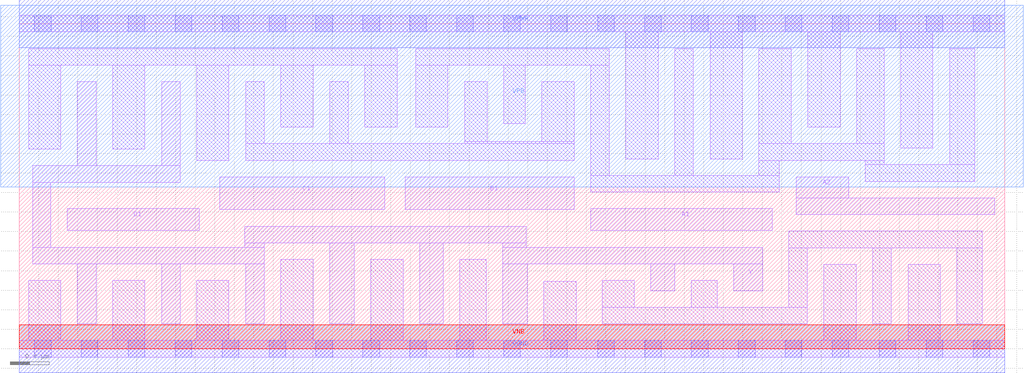
<source format=lef>
# Copyright 2020 The SkyWater PDK Authors
#
# Licensed under the Apache License, Version 2.0 (the "License");
# you may not use this file except in compliance with the License.
# You may obtain a copy of the License at
#
#     https://www.apache.org/licenses/LICENSE-2.0
#
# Unless required by applicable law or agreed to in writing, software
# distributed under the License is distributed on an "AS IS" BASIS,
# WITHOUT WARRANTIES OR CONDITIONS OF ANY KIND, either express or implied.
# See the License for the specific language governing permissions and
# limitations under the License.
#
# SPDX-License-Identifier: Apache-2.0

VERSION 5.7 ;
  NOWIREEXTENSIONATPIN ON ;
  DIVIDERCHAR "/" ;
  BUSBITCHARS "[]" ;
MACRO sky130_fd_sc_lp__a2111oi_4
  CLASS CORE ;
  FOREIGN sky130_fd_sc_lp__a2111oi_4 ;
  ORIGIN  0.000000  0.000000 ;
  SIZE  10.08000 BY  3.330000 ;
  SYMMETRY X Y R90 ;
  SITE unit ;
  PIN A1
    ANTENNAGATEAREA  1.260000 ;
    DIRECTION INPUT ;
    USE SIGNAL ;
    PORT
      LAYER li1 ;
        RECT 5.845000 1.210000 7.700000 1.435000 ;
    END
  END A1
  PIN A2
    ANTENNAGATEAREA  1.260000 ;
    DIRECTION INPUT ;
    USE SIGNAL ;
    PORT
      LAYER li1 ;
        RECT 7.945000 1.375000 9.975000 1.545000 ;
        RECT 7.945000 1.545000 8.485000 1.760000 ;
    END
  END A2
  PIN B1
    ANTENNAGATEAREA  1.260000 ;
    DIRECTION INPUT ;
    USE SIGNAL ;
    PORT
      LAYER li1 ;
        RECT 3.950000 1.425000 5.675000 1.760000 ;
    END
  END B1
  PIN C1
    ANTENNAGATEAREA  1.260000 ;
    DIRECTION INPUT ;
    USE SIGNAL ;
    PORT
      LAYER li1 ;
        RECT 2.050000 1.425000 3.740000 1.760000 ;
    END
  END C1
  PIN D1
    ANTENNAGATEAREA  1.260000 ;
    DIRECTION INPUT ;
    USE SIGNAL ;
    PORT
      LAYER li1 ;
        RECT 0.490000 1.210000 1.840000 1.435000 ;
    END
  END D1
  PIN Y
    ANTENNADIFFAREA  2.587200 ;
    DIRECTION OUTPUT ;
    USE SIGNAL ;
    PORT
      LAYER li1 ;
        RECT 0.140000 0.870000 2.505000 1.040000 ;
        RECT 0.140000 1.040000 0.320000 1.705000 ;
        RECT 0.140000 1.705000 1.645000 1.875000 ;
        RECT 0.595000 0.255000 0.785000 0.870000 ;
        RECT 0.595000 1.875000 0.785000 2.735000 ;
        RECT 1.455000 0.255000 1.645000 0.870000 ;
        RECT 1.455000 1.875000 1.645000 2.735000 ;
        RECT 2.305000 1.040000 2.505000 1.085000 ;
        RECT 2.305000 1.085000 5.185000 1.255000 ;
        RECT 2.315000 0.255000 2.505000 0.870000 ;
        RECT 3.175000 0.255000 3.425000 1.085000 ;
        RECT 4.095000 0.255000 4.335000 1.085000 ;
        RECT 4.945000 0.255000 5.195000 0.870000 ;
        RECT 4.945000 0.870000 7.605000 1.040000 ;
        RECT 4.945000 1.040000 5.185000 1.085000 ;
        RECT 6.460000 0.595000 6.705000 0.870000 ;
        RECT 7.310000 0.595000 7.605000 0.870000 ;
    END
  END Y
  PIN VGND
    DIRECTION INOUT ;
    USE GROUND ;
    PORT
      LAYER met1 ;
        RECT 0.000000 -0.245000 10.080000 0.245000 ;
    END
  END VGND
  PIN VNB
    DIRECTION INOUT ;
    USE GROUND ;
    PORT
      LAYER pwell ;
        RECT 0.000000 0.000000 10.080000 0.245000 ;
    END
  END VNB
  PIN VPB
    DIRECTION INOUT ;
    USE POWER ;
    PORT
      LAYER nwell ;
        RECT -0.190000 1.655000 10.270000 3.520000 ;
    END
  END VPB
  PIN VPWR
    DIRECTION INOUT ;
    USE POWER ;
    PORT
      LAYER met1 ;
        RECT 0.000000 3.085000 10.080000 3.575000 ;
    END
  END VPWR
  OBS
    LAYER li1 ;
      RECT 0.000000 -0.085000 10.080000 0.085000 ;
      RECT 0.000000  3.245000 10.080000 3.415000 ;
      RECT 0.095000  0.085000  0.425000 0.700000 ;
      RECT 0.095000  2.045000  0.425000 2.905000 ;
      RECT 0.095000  2.905000  3.865000 3.075000 ;
      RECT 0.955000  0.085000  1.285000 0.700000 ;
      RECT 0.955000  2.045000  1.285000 2.905000 ;
      RECT 1.815000  0.085000  2.145000 0.700000 ;
      RECT 1.815000  1.930000  2.145000 2.905000 ;
      RECT 2.315000  1.930000  5.675000 2.100000 ;
      RECT 2.315000  2.100000  2.505000 2.735000 ;
      RECT 2.675000  0.085000  3.005000 0.915000 ;
      RECT 2.675000  2.270000  3.005000 2.905000 ;
      RECT 3.175000  2.100000  3.365000 2.735000 ;
      RECT 3.535000  2.270000  3.865000 2.905000 ;
      RECT 3.595000  0.085000  3.925000 0.915000 ;
      RECT 4.055000  2.270000  4.385000 2.905000 ;
      RECT 4.055000  2.905000  6.035000 3.075000 ;
      RECT 4.505000  0.085000  4.775000 0.915000 ;
      RECT 4.555000  2.100000  5.675000 2.120000 ;
      RECT 4.555000  2.120000  4.785000 2.735000 ;
      RECT 4.955000  2.305000  5.175000 2.905000 ;
      RECT 5.345000  2.120000  5.675000 2.735000 ;
      RECT 5.365000  0.085000  5.695000 0.690000 ;
      RECT 5.845000  1.605000  7.775000 1.775000 ;
      RECT 5.845000  1.775000  6.035000 2.905000 ;
      RECT 5.965000  0.255000  8.060000 0.425000 ;
      RECT 5.965000  0.425000  6.290000 0.700000 ;
      RECT 6.205000  1.945000  6.535000 3.245000 ;
      RECT 6.705000  1.775000  6.895000 3.075000 ;
      RECT 6.875000  0.425000  7.140000 0.700000 ;
      RECT 7.065000  1.945000  7.395000 3.245000 ;
      RECT 7.565000  1.775000  7.775000 1.930000 ;
      RECT 7.565000  1.930000  8.845000 2.100000 ;
      RECT 7.565000  2.100000  7.895000 3.075000 ;
      RECT 7.870000  0.425000  8.060000 1.035000 ;
      RECT 7.870000  1.035000  9.850000 1.205000 ;
      RECT 8.065000  2.270000  8.395000 3.245000 ;
      RECT 8.230000  0.085000  8.560000 0.865000 ;
      RECT 8.565000  2.100000  8.845000 3.075000 ;
      RECT 8.655000  1.715000  9.775000 1.885000 ;
      RECT 8.655000  1.885000  8.845000 1.930000 ;
      RECT 8.730000  0.255000  8.920000 1.035000 ;
      RECT 9.015000  2.055000  9.345000 3.245000 ;
      RECT 9.090000  0.085000  9.420000 0.865000 ;
      RECT 9.515000  1.885000  9.775000 3.075000 ;
      RECT 9.590000  0.255000  9.850000 1.035000 ;
    LAYER mcon ;
      RECT 0.155000 -0.085000 0.325000 0.085000 ;
      RECT 0.155000  3.245000 0.325000 3.415000 ;
      RECT 0.635000 -0.085000 0.805000 0.085000 ;
      RECT 0.635000  3.245000 0.805000 3.415000 ;
      RECT 1.115000 -0.085000 1.285000 0.085000 ;
      RECT 1.115000  3.245000 1.285000 3.415000 ;
      RECT 1.595000 -0.085000 1.765000 0.085000 ;
      RECT 1.595000  3.245000 1.765000 3.415000 ;
      RECT 2.075000 -0.085000 2.245000 0.085000 ;
      RECT 2.075000  3.245000 2.245000 3.415000 ;
      RECT 2.555000 -0.085000 2.725000 0.085000 ;
      RECT 2.555000  3.245000 2.725000 3.415000 ;
      RECT 3.035000 -0.085000 3.205000 0.085000 ;
      RECT 3.035000  3.245000 3.205000 3.415000 ;
      RECT 3.515000 -0.085000 3.685000 0.085000 ;
      RECT 3.515000  3.245000 3.685000 3.415000 ;
      RECT 3.995000 -0.085000 4.165000 0.085000 ;
      RECT 3.995000  3.245000 4.165000 3.415000 ;
      RECT 4.475000 -0.085000 4.645000 0.085000 ;
      RECT 4.475000  3.245000 4.645000 3.415000 ;
      RECT 4.955000 -0.085000 5.125000 0.085000 ;
      RECT 4.955000  3.245000 5.125000 3.415000 ;
      RECT 5.435000 -0.085000 5.605000 0.085000 ;
      RECT 5.435000  3.245000 5.605000 3.415000 ;
      RECT 5.915000 -0.085000 6.085000 0.085000 ;
      RECT 5.915000  3.245000 6.085000 3.415000 ;
      RECT 6.395000 -0.085000 6.565000 0.085000 ;
      RECT 6.395000  3.245000 6.565000 3.415000 ;
      RECT 6.875000 -0.085000 7.045000 0.085000 ;
      RECT 6.875000  3.245000 7.045000 3.415000 ;
      RECT 7.355000 -0.085000 7.525000 0.085000 ;
      RECT 7.355000  3.245000 7.525000 3.415000 ;
      RECT 7.835000 -0.085000 8.005000 0.085000 ;
      RECT 7.835000  3.245000 8.005000 3.415000 ;
      RECT 8.315000 -0.085000 8.485000 0.085000 ;
      RECT 8.315000  3.245000 8.485000 3.415000 ;
      RECT 8.795000 -0.085000 8.965000 0.085000 ;
      RECT 8.795000  3.245000 8.965000 3.415000 ;
      RECT 9.275000 -0.085000 9.445000 0.085000 ;
      RECT 9.275000  3.245000 9.445000 3.415000 ;
      RECT 9.755000 -0.085000 9.925000 0.085000 ;
      RECT 9.755000  3.245000 9.925000 3.415000 ;
  END
END sky130_fd_sc_lp__a2111oi_4
END LIBRARY

</source>
